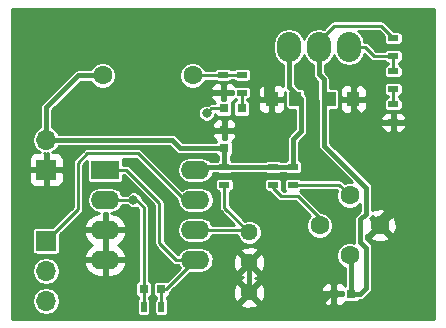
<source format=gbr>
G04 #@! TF.GenerationSoftware,KiCad,Pcbnew,(2017-12-14 revision b47a06e42)-master*
G04 #@! TF.CreationDate,2017-12-14T23:45:36+01:00*
G04 #@! TF.ProjectId,LDR_MLX,4C44525F4D4C582E6B696361645F7063,rev?*
G04 #@! TF.SameCoordinates,Original*
G04 #@! TF.FileFunction,Copper,L1,Top,Signal*
G04 #@! TF.FilePolarity,Positive*
%FSLAX46Y46*%
G04 Gerber Fmt 4.6, Leading zero omitted, Abs format (unit mm)*
G04 Created by KiCad (PCBNEW (2017-12-14 revision b47a06e42)-master) date Thu Dec 14 23:45:36 2017*
%MOMM*%
%LPD*%
G01*
G04 APERTURE LIST*
%ADD10R,1.000000X1.250000*%
%ADD11R,0.750000X0.800000*%
%ADD12R,0.800000X0.750000*%
%ADD13C,1.600000*%
%ADD14O,1.700000X1.700000*%
%ADD15R,1.700000X1.700000*%
%ADD16R,0.900000X0.500000*%
%ADD17R,0.500000X0.900000*%
%ADD18C,1.440000*%
%ADD19O,2.400000X1.600000*%
%ADD20R,2.400000X1.600000*%
%ADD21O,2.032000X2.540000*%
%ADD22C,0.800000*%
%ADD23C,0.250000*%
%ADD24C,0.400000*%
%ADD25C,0.254000*%
G04 APERTURE END LIST*
D10*
X181100000Y-66000000D03*
X183100000Y-66000000D03*
X186000000Y-66000000D03*
X188000000Y-66000000D03*
D11*
X177100000Y-68650000D03*
X177100000Y-70150000D03*
D12*
X178550000Y-66800000D03*
X177050000Y-66800000D03*
X171750000Y-82100000D03*
X170250000Y-82100000D03*
X186350000Y-82500000D03*
X187850000Y-82500000D03*
D13*
X187700000Y-74160000D03*
X190240000Y-76700000D03*
X187700000Y-79240000D03*
X185160000Y-76700000D03*
D14*
X162000000Y-69460000D03*
D15*
X162000000Y-72000000D03*
D14*
X162000000Y-83080000D03*
X162000000Y-80540000D03*
D15*
X162000000Y-78000000D03*
D13*
X174400000Y-64000000D03*
X166800000Y-64000000D03*
D16*
X177000000Y-65450000D03*
X177000000Y-63950000D03*
X178600000Y-65450000D03*
X178600000Y-63950000D03*
D17*
X171750000Y-83600000D03*
X170250000Y-83600000D03*
D16*
X191400000Y-63650000D03*
X191400000Y-65150000D03*
X191400000Y-66450000D03*
X191400000Y-67950000D03*
X177100000Y-71750000D03*
X177100000Y-73250000D03*
X191400000Y-62350000D03*
X191400000Y-60850000D03*
X182900000Y-71750000D03*
X182900000Y-73250000D03*
X181200000Y-73250000D03*
X181200000Y-71750000D03*
D18*
X179200000Y-82380000D03*
X179200000Y-79840000D03*
X179200000Y-77300000D03*
D19*
X174620000Y-72000000D03*
X167000000Y-79620000D03*
X174620000Y-74540000D03*
X167000000Y-77080000D03*
X174620000Y-77080000D03*
X167000000Y-74540000D03*
X174620000Y-79620000D03*
D20*
X167000000Y-72000000D03*
D21*
X187640000Y-61600000D03*
X182560000Y-61600000D03*
X185100000Y-61600000D03*
D22*
X169400000Y-74540000D03*
X175600000Y-67200000D03*
X188600000Y-64500000D03*
X185100000Y-83400000D03*
X191000000Y-75300000D03*
X178400000Y-68400000D03*
X180600000Y-64300000D03*
X175500000Y-65700000D03*
D23*
X178550000Y-66800000D02*
X178550000Y-65500000D01*
X178550000Y-65500000D02*
X178600000Y-65450000D01*
X170250000Y-83600000D02*
X170250000Y-82100000D01*
X177050000Y-66800000D02*
X176000000Y-66800000D01*
X175600000Y-67200000D02*
X176000000Y-66800000D01*
X170250000Y-82100000D02*
X170250000Y-75150000D01*
X169640000Y-74540000D02*
X169400000Y-74540000D01*
X169400000Y-74540000D02*
X167000000Y-74540000D01*
X170250000Y-75150000D02*
X169640000Y-74540000D01*
D24*
X182900000Y-71750000D02*
X182900000Y-69400000D01*
X183600000Y-68700000D02*
X183600000Y-66000000D01*
X182900000Y-69400000D02*
X183600000Y-68700000D01*
X177100000Y-71750000D02*
X177100000Y-70150000D01*
X177100000Y-70150000D02*
X177050000Y-70150000D01*
X175200000Y-72000000D02*
X174620000Y-72000000D01*
X177100000Y-70150000D02*
X173350000Y-70150000D01*
X173350000Y-70150000D02*
X172660000Y-69460000D01*
X172660000Y-69460000D02*
X162000000Y-69460000D01*
X177100000Y-71750000D02*
X174870000Y-71750000D01*
X174870000Y-71750000D02*
X174620000Y-72000000D01*
X181200000Y-71750000D02*
X177100000Y-71750000D01*
X182900000Y-71750000D02*
X181200000Y-71750000D01*
X182560000Y-61600000D02*
X182560000Y-64960000D01*
X182560000Y-64960000D02*
X183600000Y-66000000D01*
X162000000Y-69460000D02*
X162000000Y-66700000D01*
X164700000Y-64000000D02*
X166800000Y-64000000D01*
X162000000Y-66700000D02*
X164700000Y-64000000D01*
X188000000Y-66000000D02*
X188000000Y-65100000D01*
X188000000Y-65100000D02*
X188600000Y-64500000D01*
D23*
X188000000Y-66000000D02*
X188000000Y-66700000D01*
X190450000Y-67950000D02*
X191400000Y-67950000D01*
X189250000Y-67950000D02*
X190450000Y-67950000D01*
X188000000Y-66700000D02*
X189250000Y-67950000D01*
D24*
X186350000Y-82500000D02*
X186000000Y-82500000D01*
X186000000Y-82500000D02*
X185100000Y-83400000D01*
X190240000Y-76700000D02*
X190240000Y-76060000D01*
X190240000Y-76060000D02*
X191000000Y-75300000D01*
X177100000Y-68650000D02*
X178150000Y-68650000D01*
X178150000Y-68650000D02*
X178400000Y-68400000D01*
X180600000Y-66000000D02*
X180600000Y-64300000D01*
X179200000Y-82380000D02*
X179200000Y-79840000D01*
X177000000Y-65450000D02*
X175750000Y-65450000D01*
X175750000Y-65450000D02*
X175500000Y-65700000D01*
D23*
X171750000Y-83600000D02*
X171750000Y-82100000D01*
X167000000Y-72000000D02*
X168800000Y-72000000D01*
X173020000Y-79620000D02*
X174620000Y-79620000D01*
X171600000Y-78200000D02*
X173020000Y-79620000D01*
X171600000Y-74800000D02*
X171600000Y-78200000D01*
X168800000Y-72000000D02*
X171600000Y-74800000D01*
X171750000Y-82100000D02*
X172140000Y-82100000D01*
X172140000Y-82100000D02*
X174620000Y-79620000D01*
X185100000Y-61600000D02*
X185100000Y-61100000D01*
X185100000Y-61100000D02*
X186400000Y-59800000D01*
X190350000Y-59800000D02*
X191400000Y-60850000D01*
X186400000Y-59800000D02*
X190350000Y-59800000D01*
D24*
X185500000Y-66000000D02*
X185500000Y-64300000D01*
X185100000Y-63900000D02*
X185100000Y-61600000D01*
X185500000Y-64300000D02*
X185100000Y-63900000D01*
X185550000Y-66050000D02*
X185550000Y-69950000D01*
X189100000Y-75700000D02*
X188600000Y-76200000D01*
X188600000Y-76200000D02*
X188600000Y-78100000D01*
X188600000Y-78100000D02*
X189100000Y-78600000D01*
X189100000Y-78600000D02*
X189100000Y-80800000D01*
X189100000Y-73500000D02*
X189100000Y-75500000D01*
X185550000Y-69950000D02*
X189100000Y-73500000D01*
X189100000Y-75500000D02*
X189100000Y-75700000D01*
X188600000Y-82500000D02*
X187850000Y-82500000D01*
X189100000Y-82000000D02*
X188600000Y-82500000D01*
X189100000Y-80800000D02*
X189100000Y-82000000D01*
X185550000Y-66050000D02*
X185500000Y-66000000D01*
X187850000Y-82500000D02*
X187850000Y-79390000D01*
X187850000Y-79390000D02*
X187700000Y-79240000D01*
D23*
X182900000Y-73250000D02*
X186790000Y-73250000D01*
X186790000Y-73250000D02*
X187700000Y-74160000D01*
X185160000Y-76700000D02*
X185160000Y-76060000D01*
X185160000Y-76060000D02*
X183300000Y-74200000D01*
X181900000Y-74200000D02*
X181200000Y-73500000D01*
X183300000Y-74200000D02*
X181900000Y-74200000D01*
X181200000Y-73500000D02*
X181200000Y-73250000D01*
X174620000Y-74540000D02*
X173740000Y-74540000D01*
X173740000Y-74540000D02*
X169800000Y-70600000D01*
X169800000Y-70600000D02*
X165500000Y-70600000D01*
X165500000Y-70600000D02*
X164700000Y-71400000D01*
X164700000Y-71400000D02*
X164700000Y-75300000D01*
X164700000Y-75300000D02*
X162000000Y-78000000D01*
X178600000Y-63950000D02*
X177000000Y-63950000D01*
X174400000Y-64000000D02*
X176950000Y-64000000D01*
X176950000Y-64000000D02*
X177000000Y-63950000D01*
X191400000Y-62350000D02*
X191400000Y-63650000D01*
X187640000Y-61600000D02*
X189000000Y-61600000D01*
X189750000Y-62350000D02*
X191400000Y-62350000D01*
X189000000Y-61600000D02*
X189750000Y-62350000D01*
X187050000Y-62190000D02*
X187640000Y-61600000D01*
X191400000Y-65150000D02*
X191400000Y-66450000D01*
X177100000Y-73250000D02*
X177100000Y-75200000D01*
X177100000Y-75200000D02*
X179200000Y-77300000D01*
X174620000Y-77080000D02*
X178980000Y-77080000D01*
X178980000Y-77080000D02*
X179200000Y-77300000D01*
D25*
G36*
X194873000Y-84598000D02*
X159127000Y-84598000D01*
X159127000Y-83080000D01*
X160799941Y-83080000D01*
X160889535Y-83530418D01*
X161144676Y-83912265D01*
X161526523Y-84167406D01*
X161976941Y-84257000D01*
X162023059Y-84257000D01*
X162473477Y-84167406D01*
X162855324Y-83912265D01*
X163110465Y-83530418D01*
X163200059Y-83080000D01*
X163110465Y-82629582D01*
X162855324Y-82247735D01*
X162473477Y-81992594D01*
X162023059Y-81903000D01*
X161976941Y-81903000D01*
X161526523Y-81992594D01*
X161144676Y-82247735D01*
X160889535Y-82629582D01*
X160799941Y-83080000D01*
X159127000Y-83080000D01*
X159127000Y-80540000D01*
X160799941Y-80540000D01*
X160889535Y-80990418D01*
X161144676Y-81372265D01*
X161526523Y-81627406D01*
X161976941Y-81717000D01*
X162023059Y-81717000D01*
X162473477Y-81627406D01*
X162855324Y-81372265D01*
X163110465Y-80990418D01*
X163200059Y-80540000D01*
X163110465Y-80089582D01*
X163029922Y-79969039D01*
X165208096Y-79969039D01*
X165225633Y-80051819D01*
X165495500Y-80544896D01*
X165933517Y-80897166D01*
X166473000Y-81055000D01*
X166873000Y-81055000D01*
X166873000Y-79747000D01*
X167127000Y-79747000D01*
X167127000Y-81055000D01*
X167527000Y-81055000D01*
X168066483Y-80897166D01*
X168504500Y-80544896D01*
X168774367Y-80051819D01*
X168791904Y-79969039D01*
X168669915Y-79747000D01*
X167127000Y-79747000D01*
X166873000Y-79747000D01*
X165330085Y-79747000D01*
X165208096Y-79969039D01*
X163029922Y-79969039D01*
X162855324Y-79707735D01*
X162473477Y-79452594D01*
X162023059Y-79363000D01*
X161976941Y-79363000D01*
X161526523Y-79452594D01*
X161144676Y-79707735D01*
X160889535Y-80089582D01*
X160799941Y-80540000D01*
X159127000Y-80540000D01*
X159127000Y-77150000D01*
X160816594Y-77150000D01*
X160816594Y-78850000D01*
X160841973Y-78977589D01*
X160914246Y-79085754D01*
X161022411Y-79158027D01*
X161150000Y-79183406D01*
X162850000Y-79183406D01*
X162977589Y-79158027D01*
X163085754Y-79085754D01*
X163158027Y-78977589D01*
X163183406Y-78850000D01*
X163183406Y-77455818D01*
X163210185Y-77429039D01*
X165208096Y-77429039D01*
X165225633Y-77511819D01*
X165495500Y-78004896D01*
X165924607Y-78350000D01*
X165495500Y-78695104D01*
X165225633Y-79188181D01*
X165208096Y-79270961D01*
X165330085Y-79493000D01*
X166873000Y-79493000D01*
X166873000Y-77207000D01*
X167127000Y-77207000D01*
X167127000Y-79493000D01*
X168669915Y-79493000D01*
X168791904Y-79270961D01*
X168774367Y-79188181D01*
X168504500Y-78695104D01*
X168075393Y-78350000D01*
X168504500Y-78004896D01*
X168774367Y-77511819D01*
X168791904Y-77429039D01*
X168669915Y-77207000D01*
X167127000Y-77207000D01*
X166873000Y-77207000D01*
X165330085Y-77207000D01*
X165208096Y-77429039D01*
X163210185Y-77429039D01*
X163908263Y-76730961D01*
X165208096Y-76730961D01*
X165330085Y-76953000D01*
X166873000Y-76953000D01*
X166873000Y-75667000D01*
X167127000Y-75667000D01*
X167127000Y-76953000D01*
X168669915Y-76953000D01*
X168791904Y-76730961D01*
X168774367Y-76648181D01*
X168504500Y-76155104D01*
X168066483Y-75802834D01*
X167532471Y-75646601D01*
X167861200Y-75581212D01*
X168226825Y-75336909D01*
X168457286Y-74992000D01*
X168823974Y-74992000D01*
X168987650Y-75155961D01*
X169254756Y-75266874D01*
X169543975Y-75267126D01*
X169674125Y-75213349D01*
X169798000Y-75337224D01*
X169798000Y-81401937D01*
X169722411Y-81416973D01*
X169614246Y-81489246D01*
X169541973Y-81597411D01*
X169516594Y-81725000D01*
X169516594Y-82475000D01*
X169541973Y-82602589D01*
X169614246Y-82710754D01*
X169722411Y-82783027D01*
X169798000Y-82798063D01*
X169798000Y-82891692D01*
X169764246Y-82914246D01*
X169691973Y-83022411D01*
X169666594Y-83150000D01*
X169666594Y-84050000D01*
X169691973Y-84177589D01*
X169764246Y-84285754D01*
X169872411Y-84358027D01*
X170000000Y-84383406D01*
X170500000Y-84383406D01*
X170627589Y-84358027D01*
X170735754Y-84285754D01*
X170808027Y-84177589D01*
X170833406Y-84050000D01*
X170833406Y-83150000D01*
X170808027Y-83022411D01*
X170735754Y-82914246D01*
X170702000Y-82891692D01*
X170702000Y-82798063D01*
X170777589Y-82783027D01*
X170885754Y-82710754D01*
X170958027Y-82602589D01*
X170983406Y-82475000D01*
X170983406Y-81725000D01*
X170958027Y-81597411D01*
X170885754Y-81489246D01*
X170777589Y-81416973D01*
X170702000Y-81401937D01*
X170702000Y-75150000D01*
X170667594Y-74977027D01*
X170569612Y-74830388D01*
X170121406Y-74382182D01*
X170016680Y-74128725D01*
X169812350Y-73924039D01*
X169545244Y-73813126D01*
X169256025Y-73812874D01*
X168988725Y-73923320D01*
X168823758Y-74088000D01*
X168457286Y-74088000D01*
X168226825Y-73743091D01*
X167861200Y-73498788D01*
X167429916Y-73413000D01*
X166570084Y-73413000D01*
X166138800Y-73498788D01*
X165773175Y-73743091D01*
X165528872Y-74108716D01*
X165443084Y-74540000D01*
X165528872Y-74971284D01*
X165773175Y-75336909D01*
X166138800Y-75581212D01*
X166467529Y-75646601D01*
X165933517Y-75802834D01*
X165495500Y-76155104D01*
X165225633Y-76648181D01*
X165208096Y-76730961D01*
X163908263Y-76730961D01*
X165019613Y-75619612D01*
X165117594Y-75472973D01*
X165152000Y-75300000D01*
X165152000Y-71587224D01*
X165466594Y-71272630D01*
X165466594Y-72800000D01*
X165491973Y-72927589D01*
X165564246Y-73035754D01*
X165672411Y-73108027D01*
X165800000Y-73133406D01*
X168200000Y-73133406D01*
X168327589Y-73108027D01*
X168435754Y-73035754D01*
X168508027Y-72927589D01*
X168533406Y-72800000D01*
X168533406Y-72452000D01*
X168612776Y-72452000D01*
X171148000Y-74987224D01*
X171148000Y-78200000D01*
X171182406Y-78372973D01*
X171280388Y-78519612D01*
X172700388Y-79939612D01*
X172847027Y-80037594D01*
X173020000Y-80072000D01*
X173162714Y-80072000D01*
X173309338Y-80291438D01*
X172199363Y-81401413D01*
X172150000Y-81391594D01*
X171350000Y-81391594D01*
X171222411Y-81416973D01*
X171114246Y-81489246D01*
X171041973Y-81597411D01*
X171016594Y-81725000D01*
X171016594Y-82475000D01*
X171041973Y-82602589D01*
X171114246Y-82710754D01*
X171222411Y-82783027D01*
X171298000Y-82798063D01*
X171298000Y-82891692D01*
X171264246Y-82914246D01*
X171191973Y-83022411D01*
X171166594Y-83150000D01*
X171166594Y-84050000D01*
X171191973Y-84177589D01*
X171264246Y-84285754D01*
X171372411Y-84358027D01*
X171500000Y-84383406D01*
X172000000Y-84383406D01*
X172127589Y-84358027D01*
X172235754Y-84285754D01*
X172308027Y-84177589D01*
X172333406Y-84050000D01*
X172333406Y-83329774D01*
X178429831Y-83329774D01*
X178494131Y-83567611D01*
X179002342Y-83747333D01*
X179540644Y-83718892D01*
X179905869Y-83567611D01*
X179970169Y-83329774D01*
X179200000Y-82559605D01*
X178429831Y-83329774D01*
X172333406Y-83329774D01*
X172333406Y-83150000D01*
X172308027Y-83022411D01*
X172235754Y-82914246D01*
X172202000Y-82891692D01*
X172202000Y-82798063D01*
X172277589Y-82783027D01*
X172385754Y-82710754D01*
X172458027Y-82602589D01*
X172483406Y-82475000D01*
X172483406Y-82395818D01*
X172696882Y-82182342D01*
X177832667Y-82182342D01*
X177861108Y-82720644D01*
X178012389Y-83085869D01*
X178250226Y-83150169D01*
X179020395Y-82380000D01*
X179379605Y-82380000D01*
X180149774Y-83150169D01*
X180387611Y-83085869D01*
X180493744Y-82785750D01*
X185315000Y-82785750D01*
X185315000Y-83001310D01*
X185411673Y-83234699D01*
X185590302Y-83413327D01*
X185823691Y-83510000D01*
X186064250Y-83510000D01*
X186223000Y-83351250D01*
X186223000Y-82627000D01*
X185473750Y-82627000D01*
X185315000Y-82785750D01*
X180493744Y-82785750D01*
X180567333Y-82577658D01*
X180538892Y-82039356D01*
X180522048Y-81998690D01*
X185315000Y-81998690D01*
X185315000Y-82214250D01*
X185473750Y-82373000D01*
X186223000Y-82373000D01*
X186223000Y-81648750D01*
X186064250Y-81490000D01*
X185823691Y-81490000D01*
X185590302Y-81586673D01*
X185411673Y-81765301D01*
X185315000Y-81998690D01*
X180522048Y-81998690D01*
X180387611Y-81674131D01*
X180149774Y-81609831D01*
X179379605Y-82380000D01*
X179020395Y-82380000D01*
X178250226Y-81609831D01*
X178012389Y-81674131D01*
X177832667Y-82182342D01*
X172696882Y-82182342D01*
X174089450Y-80789774D01*
X178429831Y-80789774D01*
X178494131Y-81027611D01*
X178708728Y-81103500D01*
X178494131Y-81192389D01*
X178429831Y-81430226D01*
X179200000Y-82200395D01*
X179970169Y-81430226D01*
X179905869Y-81192389D01*
X179691272Y-81116500D01*
X179905869Y-81027611D01*
X179970169Y-80789774D01*
X179200000Y-80019605D01*
X178429831Y-80789774D01*
X174089450Y-80789774D01*
X174141824Y-80737400D01*
X174190084Y-80747000D01*
X175049916Y-80747000D01*
X175481200Y-80661212D01*
X175846825Y-80416909D01*
X176091128Y-80051284D01*
X176172471Y-79642342D01*
X177832667Y-79642342D01*
X177861108Y-80180644D01*
X178012389Y-80545869D01*
X178250226Y-80610169D01*
X179020395Y-79840000D01*
X179379605Y-79840000D01*
X180149774Y-80610169D01*
X180387611Y-80545869D01*
X180567333Y-80037658D01*
X180538892Y-79499356D01*
X180387611Y-79134131D01*
X180149774Y-79069831D01*
X179379605Y-79840000D01*
X179020395Y-79840000D01*
X178250226Y-79069831D01*
X178012389Y-79134131D01*
X177832667Y-79642342D01*
X176172471Y-79642342D01*
X176176916Y-79620000D01*
X176091128Y-79188716D01*
X175891684Y-78890226D01*
X178429831Y-78890226D01*
X179200000Y-79660395D01*
X179970169Y-78890226D01*
X179905869Y-78652389D01*
X179397658Y-78472667D01*
X178859356Y-78501108D01*
X178494131Y-78652389D01*
X178429831Y-78890226D01*
X175891684Y-78890226D01*
X175846825Y-78823091D01*
X175481200Y-78578788D01*
X175049916Y-78493000D01*
X174190084Y-78493000D01*
X173758800Y-78578788D01*
X173393175Y-78823091D01*
X173180542Y-79141318D01*
X172052000Y-78012776D01*
X172052000Y-77080000D01*
X173063084Y-77080000D01*
X173148872Y-77511284D01*
X173393175Y-77876909D01*
X173758800Y-78121212D01*
X174190084Y-78207000D01*
X175049916Y-78207000D01*
X175481200Y-78121212D01*
X175846825Y-77876909D01*
X176077286Y-77532000D01*
X178163005Y-77532000D01*
X178311879Y-77892303D01*
X178606148Y-78187086D01*
X178990825Y-78346818D01*
X179407348Y-78347181D01*
X179792303Y-78188121D01*
X180087086Y-77893852D01*
X180246818Y-77509175D01*
X180247181Y-77092652D01*
X180088121Y-76707697D01*
X179793852Y-76412914D01*
X179409175Y-76253182D01*
X178992652Y-76252819D01*
X178850698Y-76311473D01*
X177552000Y-75012776D01*
X177552000Y-73833008D01*
X177677589Y-73808027D01*
X177785754Y-73735754D01*
X177858027Y-73627589D01*
X177883406Y-73500000D01*
X177883406Y-73000000D01*
X177858027Y-72872411D01*
X177785754Y-72764246D01*
X177677589Y-72691973D01*
X177550000Y-72666594D01*
X176650000Y-72666594D01*
X176522411Y-72691973D01*
X176414246Y-72764246D01*
X176341973Y-72872411D01*
X176316594Y-73000000D01*
X176316594Y-73500000D01*
X176341973Y-73627589D01*
X176414246Y-73735754D01*
X176522411Y-73808027D01*
X176648000Y-73833008D01*
X176648000Y-75200000D01*
X176682406Y-75372973D01*
X176780388Y-75519612D01*
X177888775Y-76628000D01*
X176077286Y-76628000D01*
X175846825Y-76283091D01*
X175481200Y-76038788D01*
X175049916Y-75953000D01*
X174190084Y-75953000D01*
X173758800Y-76038788D01*
X173393175Y-76283091D01*
X173148872Y-76648716D01*
X173063084Y-77080000D01*
X172052000Y-77080000D01*
X172052000Y-74800000D01*
X172017594Y-74627027D01*
X171919612Y-74480388D01*
X169119612Y-71680388D01*
X168972973Y-71582406D01*
X168800000Y-71548000D01*
X168533406Y-71548000D01*
X168533406Y-71200000D01*
X168508027Y-71072411D01*
X168494389Y-71052000D01*
X169612776Y-71052000D01*
X173069337Y-74508562D01*
X173063084Y-74540000D01*
X173148872Y-74971284D01*
X173393175Y-75336909D01*
X173758800Y-75581212D01*
X174190084Y-75667000D01*
X175049916Y-75667000D01*
X175481200Y-75581212D01*
X175846825Y-75336909D01*
X176091128Y-74971284D01*
X176176916Y-74540000D01*
X176091128Y-74108716D01*
X175846825Y-73743091D01*
X175481200Y-73498788D01*
X175049916Y-73413000D01*
X174190084Y-73413000D01*
X173758800Y-73498788D01*
X173506557Y-73667332D01*
X170119612Y-70280388D01*
X169972973Y-70182406D01*
X169800000Y-70148000D01*
X165500000Y-70148000D01*
X165327027Y-70182406D01*
X165180388Y-70280388D01*
X164380388Y-71080388D01*
X164282406Y-71227027D01*
X164248000Y-71400000D01*
X164248000Y-75112775D01*
X162544182Y-76816594D01*
X161150000Y-76816594D01*
X161022411Y-76841973D01*
X160914246Y-76914246D01*
X160841973Y-77022411D01*
X160816594Y-77150000D01*
X159127000Y-77150000D01*
X159127000Y-72285750D01*
X160515000Y-72285750D01*
X160515000Y-72976310D01*
X160611673Y-73209699D01*
X160790302Y-73388327D01*
X161023691Y-73485000D01*
X161714250Y-73485000D01*
X161873000Y-73326250D01*
X161873000Y-72127000D01*
X162127000Y-72127000D01*
X162127000Y-73326250D01*
X162285750Y-73485000D01*
X162976309Y-73485000D01*
X163209698Y-73388327D01*
X163388327Y-73209699D01*
X163485000Y-72976310D01*
X163485000Y-72285750D01*
X163326250Y-72127000D01*
X162127000Y-72127000D01*
X161873000Y-72127000D01*
X160673750Y-72127000D01*
X160515000Y-72285750D01*
X159127000Y-72285750D01*
X159127000Y-71023690D01*
X160515000Y-71023690D01*
X160515000Y-71714250D01*
X160673750Y-71873000D01*
X161873000Y-71873000D01*
X161873000Y-70673750D01*
X161801316Y-70602066D01*
X161976941Y-70637000D01*
X162023059Y-70637000D01*
X162198684Y-70602066D01*
X162127000Y-70673750D01*
X162127000Y-71873000D01*
X163326250Y-71873000D01*
X163485000Y-71714250D01*
X163485000Y-71023690D01*
X163388327Y-70790301D01*
X163209698Y-70611673D01*
X162976309Y-70515000D01*
X162521976Y-70515000D01*
X162855324Y-70292265D01*
X163059295Y-69987000D01*
X172441710Y-69987000D01*
X172977354Y-70522645D01*
X173014412Y-70547406D01*
X173148326Y-70636885D01*
X173350000Y-70677000D01*
X176416856Y-70677000D01*
X176416973Y-70677589D01*
X176489246Y-70785754D01*
X176573000Y-70841716D01*
X176573000Y-71181910D01*
X176522411Y-71191973D01*
X176475975Y-71223000D01*
X175860128Y-71223000D01*
X175846825Y-71203091D01*
X175481200Y-70958788D01*
X175049916Y-70873000D01*
X174190084Y-70873000D01*
X173758800Y-70958788D01*
X173393175Y-71203091D01*
X173148872Y-71568716D01*
X173063084Y-72000000D01*
X173148872Y-72431284D01*
X173393175Y-72796909D01*
X173758800Y-73041212D01*
X174190084Y-73127000D01*
X175049916Y-73127000D01*
X175481200Y-73041212D01*
X175846825Y-72796909D01*
X176091128Y-72431284D01*
X176121817Y-72277000D01*
X176475975Y-72277000D01*
X176522411Y-72308027D01*
X176650000Y-72333406D01*
X177550000Y-72333406D01*
X177677589Y-72308027D01*
X177724025Y-72277000D01*
X180575975Y-72277000D01*
X180622411Y-72308027D01*
X180750000Y-72333406D01*
X181650000Y-72333406D01*
X181777589Y-72308027D01*
X181824025Y-72277000D01*
X182275975Y-72277000D01*
X182322411Y-72308027D01*
X182450000Y-72333406D01*
X183350000Y-72333406D01*
X183477589Y-72308027D01*
X183585754Y-72235754D01*
X183658027Y-72127589D01*
X183683406Y-72000000D01*
X183683406Y-71500000D01*
X183658027Y-71372411D01*
X183585754Y-71264246D01*
X183477589Y-71191973D01*
X183427000Y-71181910D01*
X183427000Y-69618290D01*
X183972645Y-69072646D01*
X184086884Y-68901675D01*
X184086885Y-68901674D01*
X184127000Y-68700000D01*
X184127000Y-66000000D01*
X184105512Y-65891973D01*
X184086885Y-65798325D01*
X183972645Y-65627355D01*
X183933406Y-65588116D01*
X183933406Y-65375000D01*
X183908027Y-65247411D01*
X183835754Y-65139246D01*
X183727589Y-65066973D01*
X183600000Y-65041594D01*
X183386884Y-65041594D01*
X183087000Y-64741710D01*
X183087000Y-63117333D01*
X183509644Y-62834931D01*
X183800770Y-62399231D01*
X183830000Y-62252282D01*
X183859230Y-62399231D01*
X184150356Y-62834931D01*
X184573000Y-63117333D01*
X184573000Y-63900000D01*
X184613115Y-64101675D01*
X184727355Y-64272645D01*
X184973000Y-64518291D01*
X184973000Y-66000000D01*
X185013115Y-66201675D01*
X185023000Y-66216469D01*
X185023000Y-69950000D01*
X185063115Y-70151675D01*
X185177355Y-70322645D01*
X187887873Y-73033163D01*
X187476809Y-73032805D01*
X187289446Y-73110222D01*
X187109612Y-72930388D01*
X186962973Y-72832406D01*
X186790000Y-72798000D01*
X183608308Y-72798000D01*
X183585754Y-72764246D01*
X183477589Y-72691973D01*
X183350000Y-72666594D01*
X182450000Y-72666594D01*
X182322411Y-72691973D01*
X182214246Y-72764246D01*
X182141973Y-72872411D01*
X182116594Y-73000000D01*
X182116594Y-73500000D01*
X182141973Y-73627589D01*
X182214246Y-73735754D01*
X182232574Y-73748000D01*
X182087225Y-73748000D01*
X181959485Y-73620260D01*
X181983406Y-73500000D01*
X181983406Y-73000000D01*
X181958027Y-72872411D01*
X181885754Y-72764246D01*
X181777589Y-72691973D01*
X181650000Y-72666594D01*
X180750000Y-72666594D01*
X180622411Y-72691973D01*
X180514246Y-72764246D01*
X180441973Y-72872411D01*
X180416594Y-73000000D01*
X180416594Y-73500000D01*
X180441973Y-73627589D01*
X180514246Y-73735754D01*
X180622411Y-73808027D01*
X180750000Y-73833406D01*
X180894182Y-73833406D01*
X181580387Y-74519612D01*
X181727026Y-74617594D01*
X181755724Y-74623302D01*
X181900000Y-74652000D01*
X183112776Y-74652000D01*
X184363479Y-75902703D01*
X184205133Y-76060772D01*
X184033196Y-76474842D01*
X184032805Y-76923191D01*
X184204019Y-77337560D01*
X184520772Y-77654867D01*
X184934842Y-77826804D01*
X185383191Y-77827195D01*
X185797560Y-77655981D01*
X186114867Y-77339228D01*
X186286804Y-76925158D01*
X186287195Y-76476809D01*
X186115981Y-76062440D01*
X185799228Y-75745133D01*
X185385158Y-75573196D01*
X185312357Y-75573133D01*
X183619612Y-73880388D01*
X183494453Y-73796759D01*
X183585754Y-73735754D01*
X183608308Y-73702000D01*
X186602776Y-73702000D01*
X186650192Y-73749416D01*
X186573196Y-73934842D01*
X186572805Y-74383191D01*
X186744019Y-74797560D01*
X187060772Y-75114867D01*
X187474842Y-75286804D01*
X187923191Y-75287195D01*
X188337560Y-75115981D01*
X188573000Y-74880952D01*
X188573000Y-75481710D01*
X188227355Y-75827355D01*
X188113115Y-75998325D01*
X188113115Y-75998326D01*
X188073000Y-76200000D01*
X188073000Y-78100000D01*
X188089171Y-78181300D01*
X187925158Y-78113196D01*
X187476809Y-78112805D01*
X187062440Y-78284019D01*
X186745133Y-78600772D01*
X186573196Y-79014842D01*
X186572805Y-79463191D01*
X186744019Y-79877560D01*
X187060772Y-80194867D01*
X187323000Y-80303754D01*
X187323000Y-81816856D01*
X187322411Y-81816973D01*
X187312479Y-81823609D01*
X187288327Y-81765301D01*
X187109698Y-81586673D01*
X186876309Y-81490000D01*
X186635750Y-81490000D01*
X186477000Y-81648750D01*
X186477000Y-82373000D01*
X187116594Y-82373000D01*
X187116594Y-82627000D01*
X186477000Y-82627000D01*
X186477000Y-83351250D01*
X186635750Y-83510000D01*
X186876309Y-83510000D01*
X187109698Y-83413327D01*
X187288327Y-83234699D01*
X187312479Y-83176391D01*
X187322411Y-83183027D01*
X187450000Y-83208406D01*
X188250000Y-83208406D01*
X188377589Y-83183027D01*
X188485754Y-83110754D01*
X188541716Y-83027000D01*
X188600000Y-83027000D01*
X188801675Y-82986885D01*
X188972645Y-82872645D01*
X189472645Y-82372645D01*
X189586885Y-82201674D01*
X189627000Y-82000000D01*
X189627000Y-78600000D01*
X189586885Y-78398326D01*
X189472645Y-78227355D01*
X189127000Y-77881710D01*
X189127000Y-77707745D01*
X189411861Y-77707745D01*
X189485995Y-77953864D01*
X190023223Y-78146965D01*
X190593454Y-78119778D01*
X190994005Y-77953864D01*
X191068139Y-77707745D01*
X190240000Y-76879605D01*
X189411861Y-77707745D01*
X189127000Y-77707745D01*
X189127000Y-77496435D01*
X189232255Y-77528139D01*
X190060395Y-76700000D01*
X190419605Y-76700000D01*
X191247745Y-77528139D01*
X191493864Y-77454005D01*
X191686965Y-76916777D01*
X191659778Y-76346546D01*
X191493864Y-75945995D01*
X191247745Y-75871861D01*
X190419605Y-76700000D01*
X190060395Y-76700000D01*
X189452842Y-76092448D01*
X189472645Y-76072645D01*
X189586885Y-75901674D01*
X189592591Y-75872986D01*
X190240000Y-76520395D01*
X191068139Y-75692255D01*
X190994005Y-75446136D01*
X190456777Y-75253035D01*
X189886546Y-75280222D01*
X189627000Y-75387730D01*
X189627000Y-73500000D01*
X189592594Y-73327027D01*
X189586885Y-73298325D01*
X189472645Y-73127355D01*
X186077000Y-69731710D01*
X186077000Y-68233750D01*
X190315000Y-68233750D01*
X190315000Y-68326309D01*
X190411673Y-68559698D01*
X190590301Y-68738327D01*
X190823690Y-68835000D01*
X191114250Y-68835000D01*
X191273000Y-68676250D01*
X191273000Y-68075000D01*
X191527000Y-68075000D01*
X191527000Y-68676250D01*
X191685750Y-68835000D01*
X191976310Y-68835000D01*
X192209699Y-68738327D01*
X192388327Y-68559698D01*
X192485000Y-68326309D01*
X192485000Y-68233750D01*
X192326250Y-68075000D01*
X191527000Y-68075000D01*
X191273000Y-68075000D01*
X190473750Y-68075000D01*
X190315000Y-68233750D01*
X186077000Y-68233750D01*
X186077000Y-67573691D01*
X190315000Y-67573691D01*
X190315000Y-67666250D01*
X190473750Y-67825000D01*
X191273000Y-67825000D01*
X191273000Y-67223750D01*
X191527000Y-67223750D01*
X191527000Y-67825000D01*
X192326250Y-67825000D01*
X192485000Y-67666250D01*
X192485000Y-67573691D01*
X192388327Y-67340302D01*
X192209699Y-67161673D01*
X191976310Y-67065000D01*
X191685750Y-67065000D01*
X191527000Y-67223750D01*
X191273000Y-67223750D01*
X191114250Y-67065000D01*
X190823690Y-67065000D01*
X190590301Y-67161673D01*
X190411673Y-67340302D01*
X190315000Y-67573691D01*
X186077000Y-67573691D01*
X186077000Y-66958406D01*
X186500000Y-66958406D01*
X186627589Y-66933027D01*
X186735754Y-66860754D01*
X186808027Y-66752589D01*
X186833406Y-66625000D01*
X186833406Y-66285750D01*
X186865000Y-66285750D01*
X186865000Y-66751310D01*
X186961673Y-66984699D01*
X187140302Y-67163327D01*
X187373691Y-67260000D01*
X187714250Y-67260000D01*
X187873000Y-67101250D01*
X187873000Y-66127000D01*
X188127000Y-66127000D01*
X188127000Y-67101250D01*
X188285750Y-67260000D01*
X188626309Y-67260000D01*
X188859698Y-67163327D01*
X189038327Y-66984699D01*
X189135000Y-66751310D01*
X189135000Y-66285750D01*
X188976250Y-66127000D01*
X188127000Y-66127000D01*
X187873000Y-66127000D01*
X187023750Y-66127000D01*
X186865000Y-66285750D01*
X186833406Y-66285750D01*
X186833406Y-65375000D01*
X186808282Y-65248690D01*
X186865000Y-65248690D01*
X186865000Y-65714250D01*
X187023750Y-65873000D01*
X187873000Y-65873000D01*
X187873000Y-64898750D01*
X188127000Y-64898750D01*
X188127000Y-65873000D01*
X188976250Y-65873000D01*
X189135000Y-65714250D01*
X189135000Y-65248690D01*
X189038327Y-65015301D01*
X188923026Y-64900000D01*
X190616594Y-64900000D01*
X190616594Y-65400000D01*
X190641973Y-65527589D01*
X190714246Y-65635754D01*
X190822411Y-65708027D01*
X190948000Y-65733008D01*
X190948000Y-65866992D01*
X190822411Y-65891973D01*
X190714246Y-65964246D01*
X190641973Y-66072411D01*
X190616594Y-66200000D01*
X190616594Y-66700000D01*
X190641973Y-66827589D01*
X190714246Y-66935754D01*
X190822411Y-67008027D01*
X190950000Y-67033406D01*
X191850000Y-67033406D01*
X191977589Y-67008027D01*
X192085754Y-66935754D01*
X192158027Y-66827589D01*
X192183406Y-66700000D01*
X192183406Y-66200000D01*
X192158027Y-66072411D01*
X192085754Y-65964246D01*
X191977589Y-65891973D01*
X191852000Y-65866992D01*
X191852000Y-65733008D01*
X191977589Y-65708027D01*
X192085754Y-65635754D01*
X192158027Y-65527589D01*
X192183406Y-65400000D01*
X192183406Y-64900000D01*
X192158027Y-64772411D01*
X192085754Y-64664246D01*
X191977589Y-64591973D01*
X191850000Y-64566594D01*
X190950000Y-64566594D01*
X190822411Y-64591973D01*
X190714246Y-64664246D01*
X190641973Y-64772411D01*
X190616594Y-64900000D01*
X188923026Y-64900000D01*
X188859698Y-64836673D01*
X188626309Y-64740000D01*
X188285750Y-64740000D01*
X188127000Y-64898750D01*
X187873000Y-64898750D01*
X187714250Y-64740000D01*
X187373691Y-64740000D01*
X187140302Y-64836673D01*
X186961673Y-65015301D01*
X186865000Y-65248690D01*
X186808282Y-65248690D01*
X186808027Y-65247411D01*
X186735754Y-65139246D01*
X186627589Y-65066973D01*
X186500000Y-65041594D01*
X186027000Y-65041594D01*
X186027000Y-64300000D01*
X185986885Y-64098326D01*
X185921185Y-64000000D01*
X185872645Y-63927354D01*
X185627000Y-63681710D01*
X185627000Y-63117333D01*
X186049644Y-62834931D01*
X186340770Y-62399231D01*
X186370000Y-62252282D01*
X186399230Y-62399231D01*
X186690356Y-62834931D01*
X187126056Y-63126057D01*
X187640000Y-63228287D01*
X188153944Y-63126057D01*
X188589644Y-62834931D01*
X188880770Y-62399231D01*
X188927098Y-62166322D01*
X189430388Y-62669612D01*
X189577027Y-62767594D01*
X189750000Y-62802000D01*
X190691692Y-62802000D01*
X190714246Y-62835754D01*
X190822411Y-62908027D01*
X190948000Y-62933008D01*
X190948000Y-63066992D01*
X190822411Y-63091973D01*
X190714246Y-63164246D01*
X190641973Y-63272411D01*
X190616594Y-63400000D01*
X190616594Y-63900000D01*
X190641973Y-64027589D01*
X190714246Y-64135754D01*
X190822411Y-64208027D01*
X190950000Y-64233406D01*
X191850000Y-64233406D01*
X191977589Y-64208027D01*
X192085754Y-64135754D01*
X192158027Y-64027589D01*
X192183406Y-63900000D01*
X192183406Y-63400000D01*
X192158027Y-63272411D01*
X192085754Y-63164246D01*
X191977589Y-63091973D01*
X191852000Y-63066992D01*
X191852000Y-62933008D01*
X191977589Y-62908027D01*
X192085754Y-62835754D01*
X192158027Y-62727589D01*
X192183406Y-62600000D01*
X192183406Y-62100000D01*
X192158027Y-61972411D01*
X192085754Y-61864246D01*
X191977589Y-61791973D01*
X191850000Y-61766594D01*
X190950000Y-61766594D01*
X190822411Y-61791973D01*
X190714246Y-61864246D01*
X190691692Y-61898000D01*
X189937224Y-61898000D01*
X189319612Y-61280388D01*
X189172973Y-61182406D01*
X189000000Y-61148000D01*
X188949839Y-61148000D01*
X188880770Y-60800769D01*
X188589644Y-60365069D01*
X188420425Y-60252000D01*
X190162776Y-60252000D01*
X190616594Y-60705818D01*
X190616594Y-61100000D01*
X190641973Y-61227589D01*
X190714246Y-61335754D01*
X190822411Y-61408027D01*
X190950000Y-61433406D01*
X191850000Y-61433406D01*
X191977589Y-61408027D01*
X192085754Y-61335754D01*
X192158027Y-61227589D01*
X192183406Y-61100000D01*
X192183406Y-60600000D01*
X192158027Y-60472411D01*
X192085754Y-60364246D01*
X191977589Y-60291973D01*
X191850000Y-60266594D01*
X191455818Y-60266594D01*
X190669612Y-59480388D01*
X190522973Y-59382406D01*
X190350000Y-59348000D01*
X186400000Y-59348000D01*
X186227027Y-59382406D01*
X186080388Y-59480387D01*
X185507922Y-60052854D01*
X185100000Y-59971713D01*
X184586056Y-60073943D01*
X184150356Y-60365069D01*
X183859230Y-60800769D01*
X183830000Y-60947718D01*
X183800770Y-60800769D01*
X183509644Y-60365069D01*
X183073944Y-60073943D01*
X182560000Y-59971713D01*
X182046056Y-60073943D01*
X181610356Y-60365069D01*
X181319230Y-60800769D01*
X181217000Y-61314713D01*
X181217000Y-61885287D01*
X181319230Y-62399231D01*
X181610356Y-62834931D01*
X182033000Y-63117333D01*
X182033000Y-64909975D01*
X181959698Y-64836673D01*
X181726309Y-64740000D01*
X181385750Y-64740000D01*
X181227000Y-64898750D01*
X181227000Y-65873000D01*
X182076250Y-65873000D01*
X182235000Y-65714250D01*
X182235000Y-65380290D01*
X182266594Y-65411884D01*
X182266594Y-66625000D01*
X182291973Y-66752589D01*
X182364246Y-66860754D01*
X182472411Y-66933027D01*
X182600000Y-66958406D01*
X183073000Y-66958406D01*
X183073000Y-68481709D01*
X182527355Y-69027355D01*
X182413115Y-69198325D01*
X182401180Y-69258326D01*
X182373000Y-69400000D01*
X182373000Y-71181910D01*
X182322411Y-71191973D01*
X182275975Y-71223000D01*
X181824025Y-71223000D01*
X181777589Y-71191973D01*
X181650000Y-71166594D01*
X180750000Y-71166594D01*
X180622411Y-71191973D01*
X180575975Y-71223000D01*
X177724025Y-71223000D01*
X177677589Y-71191973D01*
X177627000Y-71181910D01*
X177627000Y-70841716D01*
X177710754Y-70785754D01*
X177783027Y-70677589D01*
X177808406Y-70550000D01*
X177808406Y-69750000D01*
X177783027Y-69622411D01*
X177776391Y-69612479D01*
X177834699Y-69588327D01*
X178013327Y-69409698D01*
X178110000Y-69176309D01*
X178110000Y-68935750D01*
X177951250Y-68777000D01*
X177227000Y-68777000D01*
X177227000Y-69416594D01*
X176973000Y-69416594D01*
X176973000Y-68777000D01*
X176248750Y-68777000D01*
X176090000Y-68935750D01*
X176090000Y-69176309D01*
X176186673Y-69409698D01*
X176365301Y-69588327D01*
X176423609Y-69612479D01*
X176416973Y-69622411D01*
X176416856Y-69623000D01*
X173568291Y-69623000D01*
X173032645Y-69087355D01*
X172861675Y-68973115D01*
X172660000Y-68933000D01*
X163059295Y-68933000D01*
X162855324Y-68627735D01*
X162527000Y-68408357D01*
X162527000Y-68123691D01*
X176090000Y-68123691D01*
X176090000Y-68364250D01*
X176248750Y-68523000D01*
X176973000Y-68523000D01*
X176973000Y-67773750D01*
X177227000Y-67773750D01*
X177227000Y-68523000D01*
X177951250Y-68523000D01*
X178110000Y-68364250D01*
X178110000Y-68123691D01*
X178013327Y-67890302D01*
X177834699Y-67711673D01*
X177601310Y-67615000D01*
X177385750Y-67615000D01*
X177227000Y-67773750D01*
X176973000Y-67773750D01*
X176814250Y-67615000D01*
X176598690Y-67615000D01*
X176365301Y-67711673D01*
X176186673Y-67890302D01*
X176090000Y-68123691D01*
X162527000Y-68123691D01*
X162527000Y-67343975D01*
X174872874Y-67343975D01*
X174983320Y-67611275D01*
X175187650Y-67815961D01*
X175454756Y-67926874D01*
X175743975Y-67927126D01*
X176011275Y-67816680D01*
X176215961Y-67612350D01*
X176326874Y-67345244D01*
X176326955Y-67252000D01*
X176331910Y-67252000D01*
X176341973Y-67302589D01*
X176414246Y-67410754D01*
X176522411Y-67483027D01*
X176650000Y-67508406D01*
X177450000Y-67508406D01*
X177577589Y-67483027D01*
X177685754Y-67410754D01*
X177758027Y-67302589D01*
X177783406Y-67175000D01*
X177783406Y-66425000D01*
X177758027Y-66297411D01*
X177738307Y-66267898D01*
X177809699Y-66238327D01*
X177988327Y-66059698D01*
X178012479Y-66001391D01*
X178022411Y-66008027D01*
X178098000Y-66023063D01*
X178098000Y-66101937D01*
X178022411Y-66116973D01*
X177914246Y-66189246D01*
X177841973Y-66297411D01*
X177816594Y-66425000D01*
X177816594Y-67175000D01*
X177841973Y-67302589D01*
X177914246Y-67410754D01*
X178022411Y-67483027D01*
X178150000Y-67508406D01*
X178950000Y-67508406D01*
X179077589Y-67483027D01*
X179185754Y-67410754D01*
X179258027Y-67302589D01*
X179283406Y-67175000D01*
X179283406Y-66425000D01*
X179258027Y-66297411D01*
X179250236Y-66285750D01*
X179965000Y-66285750D01*
X179965000Y-66751310D01*
X180061673Y-66984699D01*
X180240302Y-67163327D01*
X180473691Y-67260000D01*
X180814250Y-67260000D01*
X180973000Y-67101250D01*
X180973000Y-66127000D01*
X181227000Y-66127000D01*
X181227000Y-67101250D01*
X181385750Y-67260000D01*
X181726309Y-67260000D01*
X181959698Y-67163327D01*
X182138327Y-66984699D01*
X182235000Y-66751310D01*
X182235000Y-66285750D01*
X182076250Y-66127000D01*
X181227000Y-66127000D01*
X180973000Y-66127000D01*
X180123750Y-66127000D01*
X179965000Y-66285750D01*
X179250236Y-66285750D01*
X179185754Y-66189246D01*
X179077589Y-66116973D01*
X179002000Y-66101937D01*
X179002000Y-66033406D01*
X179050000Y-66033406D01*
X179177589Y-66008027D01*
X179285754Y-65935754D01*
X179358027Y-65827589D01*
X179383406Y-65700000D01*
X179383406Y-65248690D01*
X179965000Y-65248690D01*
X179965000Y-65714250D01*
X180123750Y-65873000D01*
X180973000Y-65873000D01*
X180973000Y-64898750D01*
X180814250Y-64740000D01*
X180473691Y-64740000D01*
X180240302Y-64836673D01*
X180061673Y-65015301D01*
X179965000Y-65248690D01*
X179383406Y-65248690D01*
X179383406Y-65200000D01*
X179358027Y-65072411D01*
X179285754Y-64964246D01*
X179177589Y-64891973D01*
X179050000Y-64866594D01*
X178150000Y-64866594D01*
X178022411Y-64891973D01*
X178012479Y-64898609D01*
X177988327Y-64840302D01*
X177809699Y-64661673D01*
X177576310Y-64565000D01*
X177285750Y-64565000D01*
X177127000Y-64723750D01*
X177127000Y-65325000D01*
X177816594Y-65325000D01*
X177816594Y-65575000D01*
X177127000Y-65575000D01*
X177127000Y-66091594D01*
X176873000Y-66091594D01*
X176873000Y-65575000D01*
X176073750Y-65575000D01*
X175915000Y-65733750D01*
X175915000Y-65826309D01*
X176011673Y-66059698D01*
X176190301Y-66238327D01*
X176341286Y-66300867D01*
X176331910Y-66348000D01*
X176000000Y-66348000D01*
X175827027Y-66382406D01*
X175691326Y-66473079D01*
X175456025Y-66472874D01*
X175188725Y-66583320D01*
X174984039Y-66787650D01*
X174873126Y-67054756D01*
X174872874Y-67343975D01*
X162527000Y-67343975D01*
X162527000Y-66918290D01*
X164918291Y-64527000D01*
X165798336Y-64527000D01*
X165844019Y-64637560D01*
X166160772Y-64954867D01*
X166574842Y-65126804D01*
X167023191Y-65127195D01*
X167437560Y-64955981D01*
X167754867Y-64639228D01*
X167926804Y-64225158D01*
X167926805Y-64223191D01*
X173272805Y-64223191D01*
X173444019Y-64637560D01*
X173760772Y-64954867D01*
X174174842Y-65126804D01*
X174623191Y-65127195D01*
X174752680Y-65073691D01*
X175915000Y-65073691D01*
X175915000Y-65166250D01*
X176073750Y-65325000D01*
X176873000Y-65325000D01*
X176873000Y-64723750D01*
X176714250Y-64565000D01*
X176423690Y-64565000D01*
X176190301Y-64661673D01*
X176011673Y-64840302D01*
X175915000Y-65073691D01*
X174752680Y-65073691D01*
X175037560Y-64955981D01*
X175354867Y-64639228D01*
X175432611Y-64452000D01*
X176338560Y-64452000D01*
X176422411Y-64508027D01*
X176550000Y-64533406D01*
X177450000Y-64533406D01*
X177577589Y-64508027D01*
X177685754Y-64435754D01*
X177708308Y-64402000D01*
X177891692Y-64402000D01*
X177914246Y-64435754D01*
X178022411Y-64508027D01*
X178150000Y-64533406D01*
X179050000Y-64533406D01*
X179177589Y-64508027D01*
X179285754Y-64435754D01*
X179358027Y-64327589D01*
X179383406Y-64200000D01*
X179383406Y-63700000D01*
X179358027Y-63572411D01*
X179285754Y-63464246D01*
X179177589Y-63391973D01*
X179050000Y-63366594D01*
X178150000Y-63366594D01*
X178022411Y-63391973D01*
X177914246Y-63464246D01*
X177891692Y-63498000D01*
X177708308Y-63498000D01*
X177685754Y-63464246D01*
X177577589Y-63391973D01*
X177450000Y-63366594D01*
X176550000Y-63366594D01*
X176422411Y-63391973D01*
X176314246Y-63464246D01*
X176258284Y-63548000D01*
X175432653Y-63548000D01*
X175355981Y-63362440D01*
X175039228Y-63045133D01*
X174625158Y-62873196D01*
X174176809Y-62872805D01*
X173762440Y-63044019D01*
X173445133Y-63360772D01*
X173273196Y-63774842D01*
X173272805Y-64223191D01*
X167926805Y-64223191D01*
X167927195Y-63776809D01*
X167755981Y-63362440D01*
X167439228Y-63045133D01*
X167025158Y-62873196D01*
X166576809Y-62872805D01*
X166162440Y-63044019D01*
X165845133Y-63360772D01*
X165798532Y-63473000D01*
X164700000Y-63473000D01*
X164498326Y-63513115D01*
X164327355Y-63627354D01*
X161627355Y-66327355D01*
X161513115Y-66498325D01*
X161513115Y-66498326D01*
X161473000Y-66700000D01*
X161473000Y-68408357D01*
X161144676Y-68627735D01*
X160889535Y-69009582D01*
X160799941Y-69460000D01*
X160889535Y-69910418D01*
X161144676Y-70292265D01*
X161478024Y-70515000D01*
X161023691Y-70515000D01*
X160790302Y-70611673D01*
X160611673Y-70790301D01*
X160515000Y-71023690D01*
X159127000Y-71023690D01*
X159127000Y-58402000D01*
X194873000Y-58402000D01*
X194873000Y-84598000D01*
X194873000Y-84598000D01*
G37*
X194873000Y-84598000D02*
X159127000Y-84598000D01*
X159127000Y-83080000D01*
X160799941Y-83080000D01*
X160889535Y-83530418D01*
X161144676Y-83912265D01*
X161526523Y-84167406D01*
X161976941Y-84257000D01*
X162023059Y-84257000D01*
X162473477Y-84167406D01*
X162855324Y-83912265D01*
X163110465Y-83530418D01*
X163200059Y-83080000D01*
X163110465Y-82629582D01*
X162855324Y-82247735D01*
X162473477Y-81992594D01*
X162023059Y-81903000D01*
X161976941Y-81903000D01*
X161526523Y-81992594D01*
X161144676Y-82247735D01*
X160889535Y-82629582D01*
X160799941Y-83080000D01*
X159127000Y-83080000D01*
X159127000Y-80540000D01*
X160799941Y-80540000D01*
X160889535Y-80990418D01*
X161144676Y-81372265D01*
X161526523Y-81627406D01*
X161976941Y-81717000D01*
X162023059Y-81717000D01*
X162473477Y-81627406D01*
X162855324Y-81372265D01*
X163110465Y-80990418D01*
X163200059Y-80540000D01*
X163110465Y-80089582D01*
X163029922Y-79969039D01*
X165208096Y-79969039D01*
X165225633Y-80051819D01*
X165495500Y-80544896D01*
X165933517Y-80897166D01*
X166473000Y-81055000D01*
X166873000Y-81055000D01*
X166873000Y-79747000D01*
X167127000Y-79747000D01*
X167127000Y-81055000D01*
X167527000Y-81055000D01*
X168066483Y-80897166D01*
X168504500Y-80544896D01*
X168774367Y-80051819D01*
X168791904Y-79969039D01*
X168669915Y-79747000D01*
X167127000Y-79747000D01*
X166873000Y-79747000D01*
X165330085Y-79747000D01*
X165208096Y-79969039D01*
X163029922Y-79969039D01*
X162855324Y-79707735D01*
X162473477Y-79452594D01*
X162023059Y-79363000D01*
X161976941Y-79363000D01*
X161526523Y-79452594D01*
X161144676Y-79707735D01*
X160889535Y-80089582D01*
X160799941Y-80540000D01*
X159127000Y-80540000D01*
X159127000Y-77150000D01*
X160816594Y-77150000D01*
X160816594Y-78850000D01*
X160841973Y-78977589D01*
X160914246Y-79085754D01*
X161022411Y-79158027D01*
X161150000Y-79183406D01*
X162850000Y-79183406D01*
X162977589Y-79158027D01*
X163085754Y-79085754D01*
X163158027Y-78977589D01*
X163183406Y-78850000D01*
X163183406Y-77455818D01*
X163210185Y-77429039D01*
X165208096Y-77429039D01*
X165225633Y-77511819D01*
X165495500Y-78004896D01*
X165924607Y-78350000D01*
X165495500Y-78695104D01*
X165225633Y-79188181D01*
X165208096Y-79270961D01*
X165330085Y-79493000D01*
X166873000Y-79493000D01*
X166873000Y-77207000D01*
X167127000Y-77207000D01*
X167127000Y-79493000D01*
X168669915Y-79493000D01*
X168791904Y-79270961D01*
X168774367Y-79188181D01*
X168504500Y-78695104D01*
X168075393Y-78350000D01*
X168504500Y-78004896D01*
X168774367Y-77511819D01*
X168791904Y-77429039D01*
X168669915Y-77207000D01*
X167127000Y-77207000D01*
X166873000Y-77207000D01*
X165330085Y-77207000D01*
X165208096Y-77429039D01*
X163210185Y-77429039D01*
X163908263Y-76730961D01*
X165208096Y-76730961D01*
X165330085Y-76953000D01*
X166873000Y-76953000D01*
X166873000Y-75667000D01*
X167127000Y-75667000D01*
X167127000Y-76953000D01*
X168669915Y-76953000D01*
X168791904Y-76730961D01*
X168774367Y-76648181D01*
X168504500Y-76155104D01*
X168066483Y-75802834D01*
X167532471Y-75646601D01*
X167861200Y-75581212D01*
X168226825Y-75336909D01*
X168457286Y-74992000D01*
X168823974Y-74992000D01*
X168987650Y-75155961D01*
X169254756Y-75266874D01*
X169543975Y-75267126D01*
X169674125Y-75213349D01*
X169798000Y-75337224D01*
X169798000Y-81401937D01*
X169722411Y-81416973D01*
X169614246Y-81489246D01*
X169541973Y-81597411D01*
X169516594Y-81725000D01*
X169516594Y-82475000D01*
X169541973Y-82602589D01*
X169614246Y-82710754D01*
X169722411Y-82783027D01*
X169798000Y-82798063D01*
X169798000Y-82891692D01*
X169764246Y-82914246D01*
X169691973Y-83022411D01*
X169666594Y-83150000D01*
X169666594Y-84050000D01*
X169691973Y-84177589D01*
X169764246Y-84285754D01*
X169872411Y-84358027D01*
X170000000Y-84383406D01*
X170500000Y-84383406D01*
X170627589Y-84358027D01*
X170735754Y-84285754D01*
X170808027Y-84177589D01*
X170833406Y-84050000D01*
X170833406Y-83150000D01*
X170808027Y-83022411D01*
X170735754Y-82914246D01*
X170702000Y-82891692D01*
X170702000Y-82798063D01*
X170777589Y-82783027D01*
X170885754Y-82710754D01*
X170958027Y-82602589D01*
X170983406Y-82475000D01*
X170983406Y-81725000D01*
X170958027Y-81597411D01*
X170885754Y-81489246D01*
X170777589Y-81416973D01*
X170702000Y-81401937D01*
X170702000Y-75150000D01*
X170667594Y-74977027D01*
X170569612Y-74830388D01*
X170121406Y-74382182D01*
X170016680Y-74128725D01*
X169812350Y-73924039D01*
X169545244Y-73813126D01*
X169256025Y-73812874D01*
X168988725Y-73923320D01*
X168823758Y-74088000D01*
X168457286Y-74088000D01*
X168226825Y-73743091D01*
X167861200Y-73498788D01*
X167429916Y-73413000D01*
X166570084Y-73413000D01*
X166138800Y-73498788D01*
X165773175Y-73743091D01*
X165528872Y-74108716D01*
X165443084Y-74540000D01*
X165528872Y-74971284D01*
X165773175Y-75336909D01*
X166138800Y-75581212D01*
X166467529Y-75646601D01*
X165933517Y-75802834D01*
X165495500Y-76155104D01*
X165225633Y-76648181D01*
X165208096Y-76730961D01*
X163908263Y-76730961D01*
X165019613Y-75619612D01*
X165117594Y-75472973D01*
X165152000Y-75300000D01*
X165152000Y-71587224D01*
X165466594Y-71272630D01*
X165466594Y-72800000D01*
X165491973Y-72927589D01*
X165564246Y-73035754D01*
X165672411Y-73108027D01*
X165800000Y-73133406D01*
X168200000Y-73133406D01*
X168327589Y-73108027D01*
X168435754Y-73035754D01*
X168508027Y-72927589D01*
X168533406Y-72800000D01*
X168533406Y-72452000D01*
X168612776Y-72452000D01*
X171148000Y-74987224D01*
X171148000Y-78200000D01*
X171182406Y-78372973D01*
X171280388Y-78519612D01*
X172700388Y-79939612D01*
X172847027Y-80037594D01*
X173020000Y-80072000D01*
X173162714Y-80072000D01*
X173309338Y-80291438D01*
X172199363Y-81401413D01*
X172150000Y-81391594D01*
X171350000Y-81391594D01*
X171222411Y-81416973D01*
X171114246Y-81489246D01*
X171041973Y-81597411D01*
X171016594Y-81725000D01*
X171016594Y-82475000D01*
X171041973Y-82602589D01*
X171114246Y-82710754D01*
X171222411Y-82783027D01*
X171298000Y-82798063D01*
X171298000Y-82891692D01*
X171264246Y-82914246D01*
X171191973Y-83022411D01*
X171166594Y-83150000D01*
X171166594Y-84050000D01*
X171191973Y-84177589D01*
X171264246Y-84285754D01*
X171372411Y-84358027D01*
X171500000Y-84383406D01*
X172000000Y-84383406D01*
X172127589Y-84358027D01*
X172235754Y-84285754D01*
X172308027Y-84177589D01*
X172333406Y-84050000D01*
X172333406Y-83329774D01*
X178429831Y-83329774D01*
X178494131Y-83567611D01*
X179002342Y-83747333D01*
X179540644Y-83718892D01*
X179905869Y-83567611D01*
X179970169Y-83329774D01*
X179200000Y-82559605D01*
X178429831Y-83329774D01*
X172333406Y-83329774D01*
X172333406Y-83150000D01*
X172308027Y-83022411D01*
X172235754Y-82914246D01*
X172202000Y-82891692D01*
X172202000Y-82798063D01*
X172277589Y-82783027D01*
X172385754Y-82710754D01*
X172458027Y-82602589D01*
X172483406Y-82475000D01*
X172483406Y-82395818D01*
X172696882Y-82182342D01*
X177832667Y-82182342D01*
X177861108Y-82720644D01*
X178012389Y-83085869D01*
X178250226Y-83150169D01*
X179020395Y-82380000D01*
X179379605Y-82380000D01*
X180149774Y-83150169D01*
X180387611Y-83085869D01*
X180493744Y-82785750D01*
X185315000Y-82785750D01*
X185315000Y-83001310D01*
X185411673Y-83234699D01*
X185590302Y-83413327D01*
X185823691Y-83510000D01*
X186064250Y-83510000D01*
X186223000Y-83351250D01*
X186223000Y-82627000D01*
X185473750Y-82627000D01*
X185315000Y-82785750D01*
X180493744Y-82785750D01*
X180567333Y-82577658D01*
X180538892Y-82039356D01*
X180522048Y-81998690D01*
X185315000Y-81998690D01*
X185315000Y-82214250D01*
X185473750Y-82373000D01*
X186223000Y-82373000D01*
X186223000Y-81648750D01*
X186064250Y-81490000D01*
X185823691Y-81490000D01*
X185590302Y-81586673D01*
X185411673Y-81765301D01*
X185315000Y-81998690D01*
X180522048Y-81998690D01*
X180387611Y-81674131D01*
X180149774Y-81609831D01*
X179379605Y-82380000D01*
X179020395Y-82380000D01*
X178250226Y-81609831D01*
X178012389Y-81674131D01*
X177832667Y-82182342D01*
X172696882Y-82182342D01*
X174089450Y-80789774D01*
X178429831Y-80789774D01*
X178494131Y-81027611D01*
X178708728Y-81103500D01*
X178494131Y-81192389D01*
X178429831Y-81430226D01*
X179200000Y-82200395D01*
X179970169Y-81430226D01*
X179905869Y-81192389D01*
X179691272Y-81116500D01*
X179905869Y-81027611D01*
X179970169Y-80789774D01*
X179200000Y-80019605D01*
X178429831Y-80789774D01*
X174089450Y-80789774D01*
X174141824Y-80737400D01*
X174190084Y-80747000D01*
X175049916Y-80747000D01*
X175481200Y-80661212D01*
X175846825Y-80416909D01*
X176091128Y-80051284D01*
X176172471Y-79642342D01*
X177832667Y-79642342D01*
X177861108Y-80180644D01*
X178012389Y-80545869D01*
X178250226Y-80610169D01*
X179020395Y-79840000D01*
X179379605Y-79840000D01*
X180149774Y-80610169D01*
X180387611Y-80545869D01*
X180567333Y-80037658D01*
X180538892Y-79499356D01*
X180387611Y-79134131D01*
X180149774Y-79069831D01*
X179379605Y-79840000D01*
X179020395Y-79840000D01*
X178250226Y-79069831D01*
X178012389Y-79134131D01*
X177832667Y-79642342D01*
X176172471Y-79642342D01*
X176176916Y-79620000D01*
X176091128Y-79188716D01*
X175891684Y-78890226D01*
X178429831Y-78890226D01*
X179200000Y-79660395D01*
X179970169Y-78890226D01*
X179905869Y-78652389D01*
X179397658Y-78472667D01*
X178859356Y-78501108D01*
X178494131Y-78652389D01*
X178429831Y-78890226D01*
X175891684Y-78890226D01*
X175846825Y-78823091D01*
X175481200Y-78578788D01*
X175049916Y-78493000D01*
X174190084Y-78493000D01*
X173758800Y-78578788D01*
X173393175Y-78823091D01*
X173180542Y-79141318D01*
X172052000Y-78012776D01*
X172052000Y-77080000D01*
X173063084Y-77080000D01*
X173148872Y-77511284D01*
X173393175Y-77876909D01*
X173758800Y-78121212D01*
X174190084Y-78207000D01*
X175049916Y-78207000D01*
X175481200Y-78121212D01*
X175846825Y-77876909D01*
X176077286Y-77532000D01*
X178163005Y-77532000D01*
X178311879Y-77892303D01*
X178606148Y-78187086D01*
X178990825Y-78346818D01*
X179407348Y-78347181D01*
X179792303Y-78188121D01*
X180087086Y-77893852D01*
X180246818Y-77509175D01*
X180247181Y-77092652D01*
X180088121Y-76707697D01*
X179793852Y-76412914D01*
X179409175Y-76253182D01*
X178992652Y-76252819D01*
X178850698Y-76311473D01*
X177552000Y-75012776D01*
X177552000Y-73833008D01*
X177677589Y-73808027D01*
X177785754Y-73735754D01*
X177858027Y-73627589D01*
X177883406Y-73500000D01*
X177883406Y-73000000D01*
X177858027Y-72872411D01*
X177785754Y-72764246D01*
X177677589Y-72691973D01*
X177550000Y-72666594D01*
X176650000Y-72666594D01*
X176522411Y-72691973D01*
X176414246Y-72764246D01*
X176341973Y-72872411D01*
X176316594Y-73000000D01*
X176316594Y-73500000D01*
X176341973Y-73627589D01*
X176414246Y-73735754D01*
X176522411Y-73808027D01*
X176648000Y-73833008D01*
X176648000Y-75200000D01*
X176682406Y-75372973D01*
X176780388Y-75519612D01*
X177888775Y-76628000D01*
X176077286Y-76628000D01*
X175846825Y-76283091D01*
X175481200Y-76038788D01*
X175049916Y-75953000D01*
X174190084Y-75953000D01*
X173758800Y-76038788D01*
X173393175Y-76283091D01*
X173148872Y-76648716D01*
X173063084Y-77080000D01*
X172052000Y-77080000D01*
X172052000Y-74800000D01*
X172017594Y-74627027D01*
X171919612Y-74480388D01*
X169119612Y-71680388D01*
X168972973Y-71582406D01*
X168800000Y-71548000D01*
X168533406Y-71548000D01*
X168533406Y-71200000D01*
X168508027Y-71072411D01*
X168494389Y-71052000D01*
X169612776Y-71052000D01*
X173069337Y-74508562D01*
X173063084Y-74540000D01*
X173148872Y-74971284D01*
X173393175Y-75336909D01*
X173758800Y-75581212D01*
X174190084Y-75667000D01*
X175049916Y-75667000D01*
X175481200Y-75581212D01*
X175846825Y-75336909D01*
X176091128Y-74971284D01*
X176176916Y-74540000D01*
X176091128Y-74108716D01*
X175846825Y-73743091D01*
X175481200Y-73498788D01*
X175049916Y-73413000D01*
X174190084Y-73413000D01*
X173758800Y-73498788D01*
X173506557Y-73667332D01*
X170119612Y-70280388D01*
X169972973Y-70182406D01*
X169800000Y-70148000D01*
X165500000Y-70148000D01*
X165327027Y-70182406D01*
X165180388Y-70280388D01*
X164380388Y-71080388D01*
X164282406Y-71227027D01*
X164248000Y-71400000D01*
X164248000Y-75112775D01*
X162544182Y-76816594D01*
X161150000Y-76816594D01*
X161022411Y-76841973D01*
X160914246Y-76914246D01*
X160841973Y-77022411D01*
X160816594Y-77150000D01*
X159127000Y-77150000D01*
X159127000Y-72285750D01*
X160515000Y-72285750D01*
X160515000Y-72976310D01*
X160611673Y-73209699D01*
X160790302Y-73388327D01*
X161023691Y-73485000D01*
X161714250Y-73485000D01*
X161873000Y-73326250D01*
X161873000Y-72127000D01*
X162127000Y-72127000D01*
X162127000Y-73326250D01*
X162285750Y-73485000D01*
X162976309Y-73485000D01*
X163209698Y-73388327D01*
X163388327Y-73209699D01*
X163485000Y-72976310D01*
X163485000Y-72285750D01*
X163326250Y-72127000D01*
X162127000Y-72127000D01*
X161873000Y-72127000D01*
X160673750Y-72127000D01*
X160515000Y-72285750D01*
X159127000Y-72285750D01*
X159127000Y-71023690D01*
X160515000Y-71023690D01*
X160515000Y-71714250D01*
X160673750Y-71873000D01*
X161873000Y-71873000D01*
X161873000Y-70673750D01*
X161801316Y-70602066D01*
X161976941Y-70637000D01*
X162023059Y-70637000D01*
X162198684Y-70602066D01*
X162127000Y-70673750D01*
X162127000Y-71873000D01*
X163326250Y-71873000D01*
X163485000Y-71714250D01*
X163485000Y-71023690D01*
X163388327Y-70790301D01*
X163209698Y-70611673D01*
X162976309Y-70515000D01*
X162521976Y-70515000D01*
X162855324Y-70292265D01*
X163059295Y-69987000D01*
X172441710Y-69987000D01*
X172977354Y-70522645D01*
X173014412Y-70547406D01*
X173148326Y-70636885D01*
X173350000Y-70677000D01*
X176416856Y-70677000D01*
X176416973Y-70677589D01*
X176489246Y-70785754D01*
X176573000Y-70841716D01*
X176573000Y-71181910D01*
X176522411Y-71191973D01*
X176475975Y-71223000D01*
X175860128Y-71223000D01*
X175846825Y-71203091D01*
X175481200Y-70958788D01*
X175049916Y-70873000D01*
X174190084Y-70873000D01*
X173758800Y-70958788D01*
X173393175Y-71203091D01*
X173148872Y-71568716D01*
X173063084Y-72000000D01*
X173148872Y-72431284D01*
X173393175Y-72796909D01*
X173758800Y-73041212D01*
X174190084Y-73127000D01*
X175049916Y-73127000D01*
X175481200Y-73041212D01*
X175846825Y-72796909D01*
X176091128Y-72431284D01*
X176121817Y-72277000D01*
X176475975Y-72277000D01*
X176522411Y-72308027D01*
X176650000Y-72333406D01*
X177550000Y-72333406D01*
X177677589Y-72308027D01*
X177724025Y-72277000D01*
X180575975Y-72277000D01*
X180622411Y-72308027D01*
X180750000Y-72333406D01*
X181650000Y-72333406D01*
X181777589Y-72308027D01*
X181824025Y-72277000D01*
X182275975Y-72277000D01*
X182322411Y-72308027D01*
X182450000Y-72333406D01*
X183350000Y-72333406D01*
X183477589Y-72308027D01*
X183585754Y-72235754D01*
X183658027Y-72127589D01*
X183683406Y-72000000D01*
X183683406Y-71500000D01*
X183658027Y-71372411D01*
X183585754Y-71264246D01*
X183477589Y-71191973D01*
X183427000Y-71181910D01*
X183427000Y-69618290D01*
X183972645Y-69072646D01*
X184086884Y-68901675D01*
X184086885Y-68901674D01*
X184127000Y-68700000D01*
X184127000Y-66000000D01*
X184105512Y-65891973D01*
X184086885Y-65798325D01*
X183972645Y-65627355D01*
X183933406Y-65588116D01*
X183933406Y-65375000D01*
X183908027Y-65247411D01*
X183835754Y-65139246D01*
X183727589Y-65066973D01*
X183600000Y-65041594D01*
X183386884Y-65041594D01*
X183087000Y-64741710D01*
X183087000Y-63117333D01*
X183509644Y-62834931D01*
X183800770Y-62399231D01*
X183830000Y-62252282D01*
X183859230Y-62399231D01*
X184150356Y-62834931D01*
X184573000Y-63117333D01*
X184573000Y-63900000D01*
X184613115Y-64101675D01*
X184727355Y-64272645D01*
X184973000Y-64518291D01*
X184973000Y-66000000D01*
X185013115Y-66201675D01*
X185023000Y-66216469D01*
X185023000Y-69950000D01*
X185063115Y-70151675D01*
X185177355Y-70322645D01*
X187887873Y-73033163D01*
X187476809Y-73032805D01*
X187289446Y-73110222D01*
X187109612Y-72930388D01*
X186962973Y-72832406D01*
X186790000Y-72798000D01*
X183608308Y-72798000D01*
X183585754Y-72764246D01*
X183477589Y-72691973D01*
X183350000Y-72666594D01*
X182450000Y-72666594D01*
X182322411Y-72691973D01*
X182214246Y-72764246D01*
X182141973Y-72872411D01*
X182116594Y-73000000D01*
X182116594Y-73500000D01*
X182141973Y-73627589D01*
X182214246Y-73735754D01*
X182232574Y-73748000D01*
X182087225Y-73748000D01*
X181959485Y-73620260D01*
X181983406Y-73500000D01*
X181983406Y-73000000D01*
X181958027Y-72872411D01*
X181885754Y-72764246D01*
X181777589Y-72691973D01*
X181650000Y-72666594D01*
X180750000Y-72666594D01*
X180622411Y-72691973D01*
X180514246Y-72764246D01*
X180441973Y-72872411D01*
X180416594Y-73000000D01*
X180416594Y-73500000D01*
X180441973Y-73627589D01*
X180514246Y-73735754D01*
X180622411Y-73808027D01*
X180750000Y-73833406D01*
X180894182Y-73833406D01*
X181580387Y-74519612D01*
X181727026Y-74617594D01*
X181755724Y-74623302D01*
X181900000Y-74652000D01*
X183112776Y-74652000D01*
X184363479Y-75902703D01*
X184205133Y-76060772D01*
X184033196Y-76474842D01*
X184032805Y-76923191D01*
X184204019Y-77337560D01*
X184520772Y-77654867D01*
X184934842Y-77826804D01*
X185383191Y-77827195D01*
X185797560Y-77655981D01*
X186114867Y-77339228D01*
X186286804Y-76925158D01*
X186287195Y-76476809D01*
X186115981Y-76062440D01*
X185799228Y-75745133D01*
X185385158Y-75573196D01*
X185312357Y-75573133D01*
X183619612Y-73880388D01*
X183494453Y-73796759D01*
X183585754Y-73735754D01*
X183608308Y-73702000D01*
X186602776Y-73702000D01*
X186650192Y-73749416D01*
X186573196Y-73934842D01*
X186572805Y-74383191D01*
X186744019Y-74797560D01*
X187060772Y-75114867D01*
X187474842Y-75286804D01*
X187923191Y-75287195D01*
X188337560Y-75115981D01*
X188573000Y-74880952D01*
X188573000Y-75481710D01*
X188227355Y-75827355D01*
X188113115Y-75998325D01*
X188113115Y-75998326D01*
X188073000Y-76200000D01*
X188073000Y-78100000D01*
X188089171Y-78181300D01*
X187925158Y-78113196D01*
X187476809Y-78112805D01*
X187062440Y-78284019D01*
X186745133Y-78600772D01*
X186573196Y-79014842D01*
X186572805Y-79463191D01*
X186744019Y-79877560D01*
X187060772Y-80194867D01*
X187323000Y-80303754D01*
X187323000Y-81816856D01*
X187322411Y-81816973D01*
X187312479Y-81823609D01*
X187288327Y-81765301D01*
X187109698Y-81586673D01*
X186876309Y-81490000D01*
X186635750Y-81490000D01*
X186477000Y-81648750D01*
X186477000Y-82373000D01*
X187116594Y-82373000D01*
X187116594Y-82627000D01*
X186477000Y-82627000D01*
X186477000Y-83351250D01*
X186635750Y-83510000D01*
X186876309Y-83510000D01*
X187109698Y-83413327D01*
X187288327Y-83234699D01*
X187312479Y-83176391D01*
X187322411Y-83183027D01*
X187450000Y-83208406D01*
X188250000Y-83208406D01*
X188377589Y-83183027D01*
X188485754Y-83110754D01*
X188541716Y-83027000D01*
X188600000Y-83027000D01*
X188801675Y-82986885D01*
X188972645Y-82872645D01*
X189472645Y-82372645D01*
X189586885Y-82201674D01*
X189627000Y-82000000D01*
X189627000Y-78600000D01*
X189586885Y-78398326D01*
X189472645Y-78227355D01*
X189127000Y-77881710D01*
X189127000Y-77707745D01*
X189411861Y-77707745D01*
X189485995Y-77953864D01*
X190023223Y-78146965D01*
X190593454Y-78119778D01*
X190994005Y-77953864D01*
X191068139Y-77707745D01*
X190240000Y-76879605D01*
X189411861Y-77707745D01*
X189127000Y-77707745D01*
X189127000Y-77496435D01*
X189232255Y-77528139D01*
X190060395Y-76700000D01*
X190419605Y-76700000D01*
X191247745Y-77528139D01*
X191493864Y-77454005D01*
X191686965Y-76916777D01*
X191659778Y-76346546D01*
X191493864Y-75945995D01*
X191247745Y-75871861D01*
X190419605Y-76700000D01*
X190060395Y-76700000D01*
X189452842Y-76092448D01*
X189472645Y-76072645D01*
X189586885Y-75901674D01*
X189592591Y-75872986D01*
X190240000Y-76520395D01*
X191068139Y-75692255D01*
X190994005Y-75446136D01*
X190456777Y-75253035D01*
X189886546Y-75280222D01*
X189627000Y-75387730D01*
X189627000Y-73500000D01*
X189592594Y-73327027D01*
X189586885Y-73298325D01*
X189472645Y-73127355D01*
X186077000Y-69731710D01*
X186077000Y-68233750D01*
X190315000Y-68233750D01*
X190315000Y-68326309D01*
X190411673Y-68559698D01*
X190590301Y-68738327D01*
X190823690Y-68835000D01*
X191114250Y-68835000D01*
X191273000Y-68676250D01*
X191273000Y-68075000D01*
X191527000Y-68075000D01*
X191527000Y-68676250D01*
X191685750Y-68835000D01*
X191976310Y-68835000D01*
X192209699Y-68738327D01*
X192388327Y-68559698D01*
X192485000Y-68326309D01*
X192485000Y-68233750D01*
X192326250Y-68075000D01*
X191527000Y-68075000D01*
X191273000Y-68075000D01*
X190473750Y-68075000D01*
X190315000Y-68233750D01*
X186077000Y-68233750D01*
X186077000Y-67573691D01*
X190315000Y-67573691D01*
X190315000Y-67666250D01*
X190473750Y-67825000D01*
X191273000Y-67825000D01*
X191273000Y-67223750D01*
X191527000Y-67223750D01*
X191527000Y-67825000D01*
X192326250Y-67825000D01*
X192485000Y-67666250D01*
X192485000Y-67573691D01*
X192388327Y-67340302D01*
X192209699Y-67161673D01*
X191976310Y-67065000D01*
X191685750Y-67065000D01*
X191527000Y-67223750D01*
X191273000Y-67223750D01*
X191114250Y-67065000D01*
X190823690Y-67065000D01*
X190590301Y-67161673D01*
X190411673Y-67340302D01*
X190315000Y-67573691D01*
X186077000Y-67573691D01*
X186077000Y-66958406D01*
X186500000Y-66958406D01*
X186627589Y-66933027D01*
X186735754Y-66860754D01*
X186808027Y-66752589D01*
X186833406Y-66625000D01*
X186833406Y-66285750D01*
X186865000Y-66285750D01*
X186865000Y-66751310D01*
X186961673Y-66984699D01*
X187140302Y-67163327D01*
X187373691Y-67260000D01*
X187714250Y-67260000D01*
X187873000Y-67101250D01*
X187873000Y-66127000D01*
X188127000Y-66127000D01*
X188127000Y-67101250D01*
X188285750Y-67260000D01*
X188626309Y-67260000D01*
X188859698Y-67163327D01*
X189038327Y-66984699D01*
X189135000Y-66751310D01*
X189135000Y-66285750D01*
X188976250Y-66127000D01*
X188127000Y-66127000D01*
X187873000Y-66127000D01*
X187023750Y-66127000D01*
X186865000Y-66285750D01*
X186833406Y-66285750D01*
X186833406Y-65375000D01*
X186808282Y-65248690D01*
X186865000Y-65248690D01*
X186865000Y-65714250D01*
X187023750Y-65873000D01*
X187873000Y-65873000D01*
X187873000Y-64898750D01*
X188127000Y-64898750D01*
X188127000Y-65873000D01*
X188976250Y-65873000D01*
X189135000Y-65714250D01*
X189135000Y-65248690D01*
X189038327Y-65015301D01*
X188923026Y-64900000D01*
X190616594Y-64900000D01*
X190616594Y-65400000D01*
X190641973Y-65527589D01*
X190714246Y-65635754D01*
X190822411Y-65708027D01*
X190948000Y-65733008D01*
X190948000Y-65866992D01*
X190822411Y-65891973D01*
X190714246Y-65964246D01*
X190641973Y-66072411D01*
X190616594Y-66200000D01*
X190616594Y-66700000D01*
X190641973Y-66827589D01*
X190714246Y-66935754D01*
X190822411Y-67008027D01*
X190950000Y-67033406D01*
X191850000Y-67033406D01*
X191977589Y-67008027D01*
X192085754Y-66935754D01*
X192158027Y-66827589D01*
X192183406Y-66700000D01*
X192183406Y-66200000D01*
X192158027Y-66072411D01*
X192085754Y-65964246D01*
X191977589Y-65891973D01*
X191852000Y-65866992D01*
X191852000Y-65733008D01*
X191977589Y-65708027D01*
X192085754Y-65635754D01*
X192158027Y-65527589D01*
X192183406Y-65400000D01*
X192183406Y-64900000D01*
X192158027Y-64772411D01*
X192085754Y-64664246D01*
X191977589Y-64591973D01*
X191850000Y-64566594D01*
X190950000Y-64566594D01*
X190822411Y-64591973D01*
X190714246Y-64664246D01*
X190641973Y-64772411D01*
X190616594Y-64900000D01*
X188923026Y-64900000D01*
X188859698Y-64836673D01*
X188626309Y-64740000D01*
X188285750Y-64740000D01*
X188127000Y-64898750D01*
X187873000Y-64898750D01*
X187714250Y-64740000D01*
X187373691Y-64740000D01*
X187140302Y-64836673D01*
X186961673Y-65015301D01*
X186865000Y-65248690D01*
X186808282Y-65248690D01*
X186808027Y-65247411D01*
X186735754Y-65139246D01*
X186627589Y-65066973D01*
X186500000Y-65041594D01*
X186027000Y-65041594D01*
X186027000Y-64300000D01*
X185986885Y-64098326D01*
X185921185Y-64000000D01*
X185872645Y-63927354D01*
X185627000Y-63681710D01*
X185627000Y-63117333D01*
X186049644Y-62834931D01*
X186340770Y-62399231D01*
X186370000Y-62252282D01*
X186399230Y-62399231D01*
X186690356Y-62834931D01*
X187126056Y-63126057D01*
X187640000Y-63228287D01*
X188153944Y-63126057D01*
X188589644Y-62834931D01*
X188880770Y-62399231D01*
X188927098Y-62166322D01*
X189430388Y-62669612D01*
X189577027Y-62767594D01*
X189750000Y-62802000D01*
X190691692Y-62802000D01*
X190714246Y-62835754D01*
X190822411Y-62908027D01*
X190948000Y-62933008D01*
X190948000Y-63066992D01*
X190822411Y-63091973D01*
X190714246Y-63164246D01*
X190641973Y-63272411D01*
X190616594Y-63400000D01*
X190616594Y-63900000D01*
X190641973Y-64027589D01*
X190714246Y-64135754D01*
X190822411Y-64208027D01*
X190950000Y-64233406D01*
X191850000Y-64233406D01*
X191977589Y-64208027D01*
X192085754Y-64135754D01*
X192158027Y-64027589D01*
X192183406Y-63900000D01*
X192183406Y-63400000D01*
X192158027Y-63272411D01*
X192085754Y-63164246D01*
X191977589Y-63091973D01*
X191852000Y-63066992D01*
X191852000Y-62933008D01*
X191977589Y-62908027D01*
X192085754Y-62835754D01*
X192158027Y-62727589D01*
X192183406Y-62600000D01*
X192183406Y-62100000D01*
X192158027Y-61972411D01*
X192085754Y-61864246D01*
X191977589Y-61791973D01*
X191850000Y-61766594D01*
X190950000Y-61766594D01*
X190822411Y-61791973D01*
X190714246Y-61864246D01*
X190691692Y-61898000D01*
X189937224Y-61898000D01*
X189319612Y-61280388D01*
X189172973Y-61182406D01*
X189000000Y-61148000D01*
X188949839Y-61148000D01*
X188880770Y-60800769D01*
X188589644Y-60365069D01*
X188420425Y-60252000D01*
X190162776Y-60252000D01*
X190616594Y-60705818D01*
X190616594Y-61100000D01*
X190641973Y-61227589D01*
X190714246Y-61335754D01*
X190822411Y-61408027D01*
X190950000Y-61433406D01*
X191850000Y-61433406D01*
X191977589Y-61408027D01*
X192085754Y-61335754D01*
X192158027Y-61227589D01*
X192183406Y-61100000D01*
X192183406Y-60600000D01*
X192158027Y-60472411D01*
X192085754Y-60364246D01*
X191977589Y-60291973D01*
X191850000Y-60266594D01*
X191455818Y-60266594D01*
X190669612Y-59480388D01*
X190522973Y-59382406D01*
X190350000Y-59348000D01*
X186400000Y-59348000D01*
X186227027Y-59382406D01*
X186080388Y-59480387D01*
X185507922Y-60052854D01*
X185100000Y-59971713D01*
X184586056Y-60073943D01*
X184150356Y-60365069D01*
X183859230Y-60800769D01*
X183830000Y-60947718D01*
X183800770Y-60800769D01*
X183509644Y-60365069D01*
X183073944Y-60073943D01*
X182560000Y-59971713D01*
X182046056Y-60073943D01*
X181610356Y-60365069D01*
X181319230Y-60800769D01*
X181217000Y-61314713D01*
X181217000Y-61885287D01*
X181319230Y-62399231D01*
X181610356Y-62834931D01*
X182033000Y-63117333D01*
X182033000Y-64909975D01*
X181959698Y-64836673D01*
X181726309Y-64740000D01*
X181385750Y-64740000D01*
X181227000Y-64898750D01*
X181227000Y-65873000D01*
X182076250Y-65873000D01*
X182235000Y-65714250D01*
X182235000Y-65380290D01*
X182266594Y-65411884D01*
X182266594Y-66625000D01*
X182291973Y-66752589D01*
X182364246Y-66860754D01*
X182472411Y-66933027D01*
X182600000Y-66958406D01*
X183073000Y-66958406D01*
X183073000Y-68481709D01*
X182527355Y-69027355D01*
X182413115Y-69198325D01*
X182401180Y-69258326D01*
X182373000Y-69400000D01*
X182373000Y-71181910D01*
X182322411Y-71191973D01*
X182275975Y-71223000D01*
X181824025Y-71223000D01*
X181777589Y-71191973D01*
X181650000Y-71166594D01*
X180750000Y-71166594D01*
X180622411Y-71191973D01*
X180575975Y-71223000D01*
X177724025Y-71223000D01*
X177677589Y-71191973D01*
X177627000Y-71181910D01*
X177627000Y-70841716D01*
X177710754Y-70785754D01*
X177783027Y-70677589D01*
X177808406Y-70550000D01*
X177808406Y-69750000D01*
X177783027Y-69622411D01*
X177776391Y-69612479D01*
X177834699Y-69588327D01*
X178013327Y-69409698D01*
X178110000Y-69176309D01*
X178110000Y-68935750D01*
X177951250Y-68777000D01*
X177227000Y-68777000D01*
X177227000Y-69416594D01*
X176973000Y-69416594D01*
X176973000Y-68777000D01*
X176248750Y-68777000D01*
X176090000Y-68935750D01*
X176090000Y-69176309D01*
X176186673Y-69409698D01*
X176365301Y-69588327D01*
X176423609Y-69612479D01*
X176416973Y-69622411D01*
X176416856Y-69623000D01*
X173568291Y-69623000D01*
X173032645Y-69087355D01*
X172861675Y-68973115D01*
X172660000Y-68933000D01*
X163059295Y-68933000D01*
X162855324Y-68627735D01*
X162527000Y-68408357D01*
X162527000Y-68123691D01*
X176090000Y-68123691D01*
X176090000Y-68364250D01*
X176248750Y-68523000D01*
X176973000Y-68523000D01*
X176973000Y-67773750D01*
X177227000Y-67773750D01*
X177227000Y-68523000D01*
X177951250Y-68523000D01*
X178110000Y-68364250D01*
X178110000Y-68123691D01*
X178013327Y-67890302D01*
X177834699Y-67711673D01*
X177601310Y-67615000D01*
X177385750Y-67615000D01*
X177227000Y-67773750D01*
X176973000Y-67773750D01*
X176814250Y-67615000D01*
X176598690Y-67615000D01*
X176365301Y-67711673D01*
X176186673Y-67890302D01*
X176090000Y-68123691D01*
X162527000Y-68123691D01*
X162527000Y-67343975D01*
X174872874Y-67343975D01*
X174983320Y-67611275D01*
X175187650Y-67815961D01*
X175454756Y-67926874D01*
X175743975Y-67927126D01*
X176011275Y-67816680D01*
X176215961Y-67612350D01*
X176326874Y-67345244D01*
X176326955Y-67252000D01*
X176331910Y-67252000D01*
X176341973Y-67302589D01*
X176414246Y-67410754D01*
X176522411Y-67483027D01*
X176650000Y-67508406D01*
X177450000Y-67508406D01*
X177577589Y-67483027D01*
X177685754Y-67410754D01*
X177758027Y-67302589D01*
X177783406Y-67175000D01*
X177783406Y-66425000D01*
X177758027Y-66297411D01*
X177738307Y-66267898D01*
X177809699Y-66238327D01*
X177988327Y-66059698D01*
X178012479Y-66001391D01*
X178022411Y-66008027D01*
X178098000Y-66023063D01*
X178098000Y-66101937D01*
X178022411Y-66116973D01*
X177914246Y-66189246D01*
X177841973Y-66297411D01*
X177816594Y-66425000D01*
X177816594Y-67175000D01*
X177841973Y-67302589D01*
X177914246Y-67410754D01*
X178022411Y-67483027D01*
X178150000Y-67508406D01*
X178950000Y-67508406D01*
X179077589Y-67483027D01*
X179185754Y-67410754D01*
X179258027Y-67302589D01*
X179283406Y-67175000D01*
X179283406Y-66425000D01*
X179258027Y-66297411D01*
X179250236Y-66285750D01*
X179965000Y-66285750D01*
X179965000Y-66751310D01*
X180061673Y-66984699D01*
X180240302Y-67163327D01*
X180473691Y-67260000D01*
X180814250Y-67260000D01*
X180973000Y-67101250D01*
X180973000Y-66127000D01*
X181227000Y-66127000D01*
X181227000Y-67101250D01*
X181385750Y-67260000D01*
X181726309Y-67260000D01*
X181959698Y-67163327D01*
X182138327Y-66984699D01*
X182235000Y-66751310D01*
X182235000Y-66285750D01*
X182076250Y-66127000D01*
X181227000Y-66127000D01*
X180973000Y-66127000D01*
X180123750Y-66127000D01*
X179965000Y-66285750D01*
X179250236Y-66285750D01*
X179185754Y-66189246D01*
X179077589Y-66116973D01*
X179002000Y-66101937D01*
X179002000Y-66033406D01*
X179050000Y-66033406D01*
X179177589Y-66008027D01*
X179285754Y-65935754D01*
X179358027Y-65827589D01*
X179383406Y-65700000D01*
X179383406Y-65248690D01*
X179965000Y-65248690D01*
X179965000Y-65714250D01*
X180123750Y-65873000D01*
X180973000Y-65873000D01*
X180973000Y-64898750D01*
X180814250Y-64740000D01*
X180473691Y-64740000D01*
X180240302Y-64836673D01*
X180061673Y-65015301D01*
X179965000Y-65248690D01*
X179383406Y-65248690D01*
X179383406Y-65200000D01*
X179358027Y-65072411D01*
X179285754Y-64964246D01*
X179177589Y-64891973D01*
X179050000Y-64866594D01*
X178150000Y-64866594D01*
X178022411Y-64891973D01*
X178012479Y-64898609D01*
X177988327Y-64840302D01*
X177809699Y-64661673D01*
X177576310Y-64565000D01*
X177285750Y-64565000D01*
X177127000Y-64723750D01*
X177127000Y-65325000D01*
X177816594Y-65325000D01*
X177816594Y-65575000D01*
X177127000Y-65575000D01*
X177127000Y-66091594D01*
X176873000Y-66091594D01*
X176873000Y-65575000D01*
X176073750Y-65575000D01*
X175915000Y-65733750D01*
X175915000Y-65826309D01*
X176011673Y-66059698D01*
X176190301Y-66238327D01*
X176341286Y-66300867D01*
X176331910Y-66348000D01*
X176000000Y-66348000D01*
X175827027Y-66382406D01*
X175691326Y-66473079D01*
X175456025Y-66472874D01*
X175188725Y-66583320D01*
X174984039Y-66787650D01*
X174873126Y-67054756D01*
X174872874Y-67343975D01*
X162527000Y-67343975D01*
X162527000Y-66918290D01*
X164918291Y-64527000D01*
X165798336Y-64527000D01*
X165844019Y-64637560D01*
X166160772Y-64954867D01*
X166574842Y-65126804D01*
X167023191Y-65127195D01*
X167437560Y-64955981D01*
X167754867Y-64639228D01*
X167926804Y-64225158D01*
X167926805Y-64223191D01*
X173272805Y-64223191D01*
X173444019Y-64637560D01*
X173760772Y-64954867D01*
X174174842Y-65126804D01*
X174623191Y-65127195D01*
X174752680Y-65073691D01*
X175915000Y-65073691D01*
X175915000Y-65166250D01*
X176073750Y-65325000D01*
X176873000Y-65325000D01*
X176873000Y-64723750D01*
X176714250Y-64565000D01*
X176423690Y-64565000D01*
X176190301Y-64661673D01*
X176011673Y-64840302D01*
X175915000Y-65073691D01*
X174752680Y-65073691D01*
X175037560Y-64955981D01*
X175354867Y-64639228D01*
X175432611Y-64452000D01*
X176338560Y-64452000D01*
X176422411Y-64508027D01*
X176550000Y-64533406D01*
X177450000Y-64533406D01*
X177577589Y-64508027D01*
X177685754Y-64435754D01*
X177708308Y-64402000D01*
X177891692Y-64402000D01*
X177914246Y-64435754D01*
X178022411Y-64508027D01*
X178150000Y-64533406D01*
X179050000Y-64533406D01*
X179177589Y-64508027D01*
X179285754Y-64435754D01*
X179358027Y-64327589D01*
X179383406Y-64200000D01*
X179383406Y-63700000D01*
X179358027Y-63572411D01*
X179285754Y-63464246D01*
X179177589Y-63391973D01*
X179050000Y-63366594D01*
X178150000Y-63366594D01*
X178022411Y-63391973D01*
X177914246Y-63464246D01*
X177891692Y-63498000D01*
X177708308Y-63498000D01*
X177685754Y-63464246D01*
X177577589Y-63391973D01*
X177450000Y-63366594D01*
X176550000Y-63366594D01*
X176422411Y-63391973D01*
X176314246Y-63464246D01*
X176258284Y-63548000D01*
X175432653Y-63548000D01*
X175355981Y-63362440D01*
X175039228Y-63045133D01*
X174625158Y-62873196D01*
X174176809Y-62872805D01*
X173762440Y-63044019D01*
X173445133Y-63360772D01*
X173273196Y-63774842D01*
X173272805Y-64223191D01*
X167926805Y-64223191D01*
X167927195Y-63776809D01*
X167755981Y-63362440D01*
X167439228Y-63045133D01*
X167025158Y-62873196D01*
X166576809Y-62872805D01*
X166162440Y-63044019D01*
X165845133Y-63360772D01*
X165798532Y-63473000D01*
X164700000Y-63473000D01*
X164498326Y-63513115D01*
X164327355Y-63627354D01*
X161627355Y-66327355D01*
X161513115Y-66498325D01*
X161513115Y-66498326D01*
X161473000Y-66700000D01*
X161473000Y-68408357D01*
X161144676Y-68627735D01*
X160889535Y-69009582D01*
X160799941Y-69460000D01*
X160889535Y-69910418D01*
X161144676Y-70292265D01*
X161478024Y-70515000D01*
X161023691Y-70515000D01*
X160790302Y-70611673D01*
X160611673Y-70790301D01*
X160515000Y-71023690D01*
X159127000Y-71023690D01*
X159127000Y-58402000D01*
X194873000Y-58402000D01*
X194873000Y-84598000D01*
M02*

</source>
